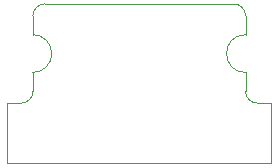
<source format=gbr>
%TF.GenerationSoftware,KiCad,Pcbnew,7.0.8*%
%TF.CreationDate,2025-01-02T16:25:12-08:00*%
%TF.ProjectId,tachometer board,74616368-6f6d-4657-9465-7220626f6172,rev?*%
%TF.SameCoordinates,Original*%
%TF.FileFunction,Profile,NP*%
%FSLAX46Y46*%
G04 Gerber Fmt 4.6, Leading zero omitted, Abs format (unit mm)*
G04 Created by KiCad (PCBNEW 7.0.8) date 2025-01-02 16:25:12*
%MOMM*%
%LPD*%
G01*
G04 APERTURE LIST*
%TA.AperFunction,Profile*%
%ADD10C,0.100000*%
%TD*%
G04 APERTURE END LIST*
D10*
X164192893Y-100742893D02*
X148192893Y-100742893D01*
X145017893Y-114242893D02*
X145017893Y-109142893D01*
X167367893Y-109142893D02*
X166192893Y-109142893D01*
X165192893Y-108142893D02*
X165192893Y-106542893D01*
X165192907Y-108142893D02*
G75*
G03*
X166192893Y-109142893I999993J-7D01*
G01*
X165192907Y-101742893D02*
G75*
G03*
X164192893Y-100742893I-1000007J-7D01*
G01*
X148192893Y-100742893D02*
G75*
G03*
X147192893Y-101742893I7J-1000007D01*
G01*
X147192893Y-103342893D02*
X147192893Y-101742893D01*
X165192893Y-103342893D02*
X165192893Y-101742893D01*
X145017893Y-109142893D02*
X146192893Y-109142893D01*
X147192893Y-106542907D02*
G75*
G03*
X147192893Y-103342893I7J1600007D01*
G01*
X145017893Y-114242893D02*
X167367893Y-114242893D01*
X147192893Y-108142893D02*
X147192893Y-106542893D01*
X165192893Y-103342907D02*
G75*
G03*
X165192893Y-106542893I7J-1599993D01*
G01*
X146192893Y-109142893D02*
G75*
G03*
X147192893Y-108142893I7J999993D01*
G01*
X167367893Y-114242893D02*
X167367893Y-109142893D01*
M02*

</source>
